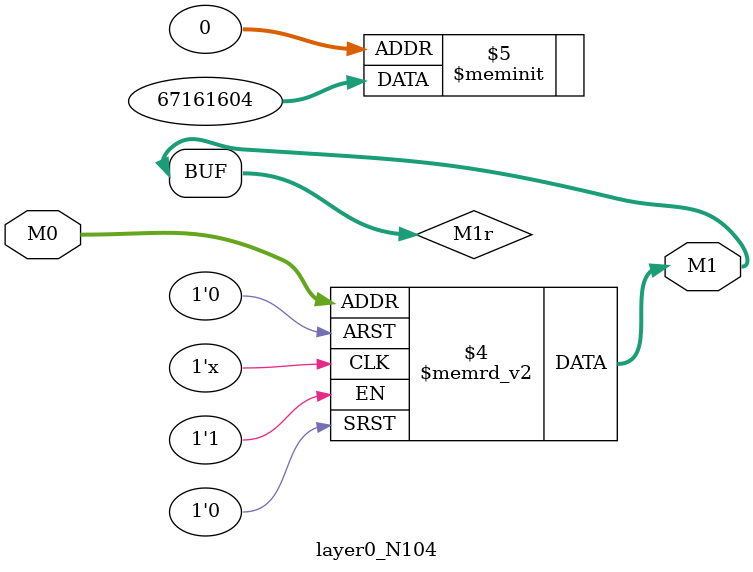
<source format=v>
module layer0_N104 ( input [3:0] M0, output [1:0] M1 );

	(*rom_style = "distributed" *) reg [1:0] M1r;
	assign M1 = M1r;
	always @ (M0) begin
		case (M0)
			4'b0000: M1r = 2'b00;
			4'b1000: M1r = 2'b00;
			4'b0100: M1r = 2'b10;
			4'b1100: M1r = 2'b00;
			4'b0010: M1r = 2'b00;
			4'b1010: M1r = 2'b00;
			4'b0110: M1r = 2'b00;
			4'b1110: M1r = 2'b00;
			4'b0001: M1r = 2'b01;
			4'b1001: M1r = 2'b00;
			4'b0101: M1r = 2'b11;
			4'b1101: M1r = 2'b01;
			4'b0011: M1r = 2'b00;
			4'b1011: M1r = 2'b00;
			4'b0111: M1r = 2'b11;
			4'b1111: M1r = 2'b00;

		endcase
	end
endmodule

</source>
